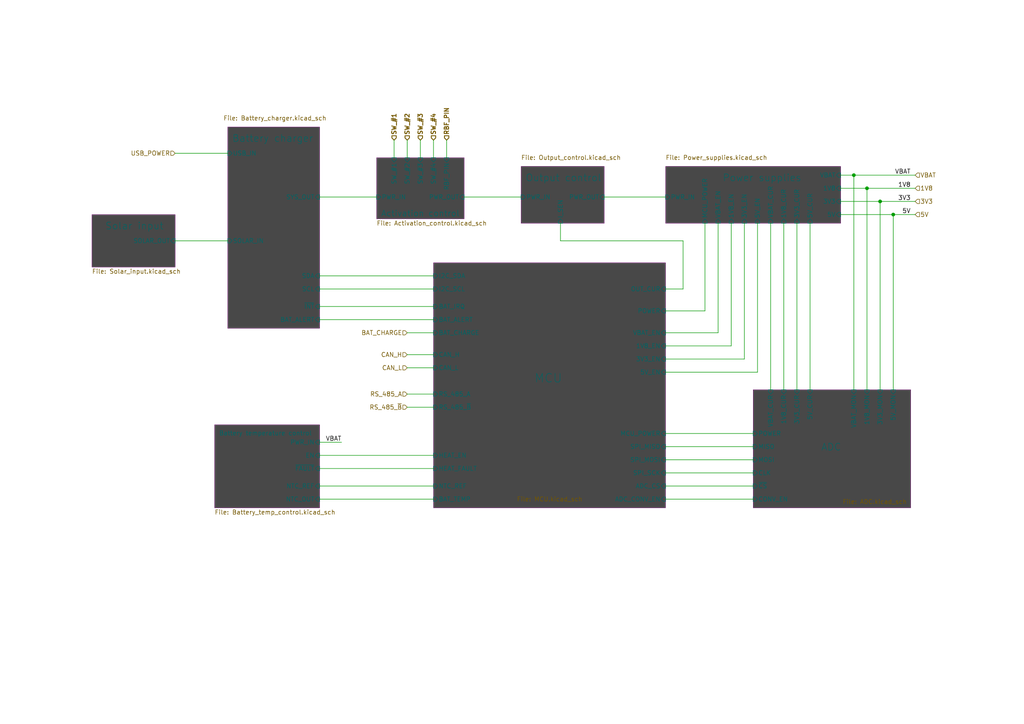
<source format=kicad_sch>
(kicad_sch (version 20210621) (generator eeschema)
  (paper "A4")
  (title_block (title "BUTCube - EPS") (date "2021-06-01") (rev "v1.0") (company "VUT - FIT(STRaDe) & FME(IAE & IPE)") (comment 1 "Author: Petr Malaník"))
  (lib_symbols)
  (junction (at 247.65 50.8) (diameter 0.9144))
  (junction (at 251.46 54.61) (diameter 0.9144))
  (junction (at 255.27 58.42) (diameter 0.9144))
  (junction (at 259.08 62.23) (diameter 0.9144))
  (wire (pts (xy 50.8 44.45) (xy 66.04 44.45)))
  (wire (pts (xy 50.8 69.85) (xy 66.04 69.85)))
  (wire (pts (xy 92.71 57.15) (xy 109.22 57.15)))
  (wire (pts (xy 92.71 80.01) (xy 125.73 80.01)))
  (wire (pts (xy 92.71 83.82) (xy 125.73 83.82)))
  (wire (pts (xy 92.71 88.9) (xy 125.73 88.9)))
  (wire (pts (xy 92.71 92.71) (xy 125.73 92.71)))
  (wire (pts (xy 92.71 128.27) (xy 99.06 128.27)))
  (wire (pts (xy 92.71 132.08) (xy 125.73 132.08)))
  (wire (pts (xy 92.71 135.89) (xy 125.73 135.89)))
  (wire (pts (xy 92.71 140.97) (xy 125.73 140.97)))
  (wire (pts (xy 92.71 144.78) (xy 125.73 144.78)))
  (wire (pts (xy 114.3 40.64) (xy 114.3 45.72)))
  (wire (pts (xy 118.11 40.64) (xy 118.11 45.72)))
  (wire (pts (xy 118.11 96.52) (xy 125.73 96.52)))
  (wire (pts (xy 118.11 102.87) (xy 125.73 102.87)))
  (wire (pts (xy 118.11 106.68) (xy 125.73 106.68)))
  (wire (pts (xy 118.11 114.3) (xy 125.73 114.3)))
  (wire (pts (xy 118.11 118.11) (xy 125.73 118.11)))
  (wire (pts (xy 121.92 40.64) (xy 121.92 45.72)))
  (wire (pts (xy 125.73 40.64) (xy 125.73 45.72)))
  (wire (pts (xy 129.54 40.64) (xy 129.54 45.72)))
  (wire (pts (xy 134.62 57.15) (xy 151.13 57.15)))
  (wire (pts (xy 162.56 64.77) (xy 162.56 69.85)))
  (wire (pts (xy 162.56 69.85) (xy 198.12 69.85)))
  (wire (pts (xy 175.26 57.15) (xy 193.04 57.15)))
  (wire (pts (xy 193.04 83.82) (xy 198.12 83.82)))
  (wire (pts (xy 193.04 90.17) (xy 204.47 90.17)))
  (wire (pts (xy 193.04 96.52) (xy 208.28 96.52)))
  (wire (pts (xy 193.04 100.33) (xy 212.09 100.33)))
  (wire (pts (xy 193.04 104.14) (xy 215.9 104.14)))
  (wire (pts (xy 193.04 107.95) (xy 219.71 107.95)))
  (wire (pts (xy 193.04 125.73) (xy 218.44 125.73)))
  (wire (pts (xy 193.04 129.54) (xy 218.44 129.54)))
  (wire (pts (xy 193.04 133.35) (xy 218.44 133.35)))
  (wire (pts (xy 193.04 137.16) (xy 218.44 137.16)))
  (wire (pts (xy 193.04 140.97) (xy 218.44 140.97)))
  (wire (pts (xy 193.04 144.78) (xy 218.44 144.78)))
  (wire (pts (xy 198.12 69.85) (xy 198.12 83.82)))
  (wire (pts (xy 204.47 64.77) (xy 204.47 90.17)))
  (wire (pts (xy 208.28 64.77) (xy 208.28 96.52)))
  (wire (pts (xy 212.09 64.77) (xy 212.09 100.33)))
  (wire (pts (xy 215.9 64.77) (xy 215.9 104.14)))
  (wire (pts (xy 219.71 64.77) (xy 219.71 107.95)))
  (wire (pts (xy 223.52 64.77) (xy 223.52 113.03)))
  (wire (pts (xy 227.33 64.77) (xy 227.33 113.03)))
  (wire (pts (xy 231.14 64.77) (xy 231.14 113.03)))
  (wire (pts (xy 234.95 64.77) (xy 234.95 113.03)))
  (wire (pts (xy 243.84 50.8) (xy 247.65 50.8)))
  (wire (pts (xy 243.84 54.61) (xy 251.46 54.61)))
  (wire (pts (xy 243.84 58.42) (xy 255.27 58.42)))
  (wire (pts (xy 243.84 62.23) (xy 259.08 62.23)))
  (wire (pts (xy 247.65 50.8) (xy 247.65 113.03)))
  (wire (pts (xy 247.65 50.8) (xy 265.43 50.8)))
  (wire (pts (xy 251.46 54.61) (xy 251.46 113.03)))
  (wire (pts (xy 251.46 54.61) (xy 265.43 54.61)))
  (wire (pts (xy 255.27 58.42) (xy 255.27 113.03)))
  (wire (pts (xy 255.27 58.42) (xy 265.43 58.42)))
  (wire (pts (xy 259.08 62.23) (xy 259.08 113.03)))
  (wire (pts (xy 259.08 62.23) (xy 265.43 62.23)))
  (label "VBAT" (at 99.06 128.27 180))
  (label "VBAT" (at 264.16 50.8 180))
  (label "1V8" (at 264.16 54.61 180))
  (label "3V3" (at 264.16 58.42 180))
  (label "5V" (at 264.16 62.23 180))
  (hierarchical_label "USB_POWER" (shape input) (at 50.8 44.45 180))
  (hierarchical_label "SW_#1" (shape input) (at 114.3 40.64 90) (effects (font (thickness 0.254))))
  (hierarchical_label "SW_#2" (shape input) (at 118.11 40.64 90) (effects (font (thickness 0.254))))
  (hierarchical_label "BAT_CHARGE" (shape input) (at 118.11 96.52 180))
  (hierarchical_label "CAN_H" (shape input) (at 118.11 102.87 180))
  (hierarchical_label "CAN_L" (shape input) (at 118.11 106.68 180))
  (hierarchical_label "RS_485_A" (shape input) (at 118.11 114.3 180))
  (hierarchical_label "RS_485_~{B}" (shape input) (at 118.11 118.11 180))
  (hierarchical_label "SW_#3" (shape input) (at 121.92 40.64 90) (effects (font (thickness 0.254))))
  (hierarchical_label "SW_#4" (shape input) (at 125.73 40.64 90) (effects (font (thickness 0.254))))
  (hierarchical_label "RBF_PIN" (shape input) (at 129.54 40.64 90) (effects (font (thickness 0.254))))
  (hierarchical_label "VBAT" (shape input) (at 265.43 50.8 0))
  (hierarchical_label "1V8" (shape input) (at 265.43 54.61 0))
  (hierarchical_label "3V3" (shape input) (at 265.43 58.42 0))
  (hierarchical_label "5V" (shape input) (at 265.43 62.23 0))
  (sheet (at 218.44 113.03) (size 45.72 34.29) (stroke (width 0.001) (color 132 0 132 1)) (fill (color 72 72 72 1.0000))
    (property "Sheet name" "ADC" (at 238.1241 130.81 0) (effects (font (size 2 2)) (justify left bottom)))
    (property "Sheet file" "ADC.kicad_sch" (at 244.3489 144.78 0) (effects (justify left top)))
    (pin "VBAT_MON" input (at 247.65 113.03 90))
    (pin "VBAT_CUR" input (at 223.52 113.03 90))
    (pin "1V8_MON" input (at 251.46 113.03 90))
    (pin "1V8_CUR" input (at 227.33 113.03 90))
    (pin "3V3_MON" input (at 255.27 113.03 90))
    (pin "3V3_CUR" input (at 231.14 113.03 90))
    (pin "5V_MON" input (at 259.08 113.03 90))
    (pin "5V_CUR" input (at 234.95 113.03 90))
    (pin "~{CS}" input (at 218.44 140.97 180))
    (pin "MISO" input (at 218.44 129.54 180))
    (pin "MOSI" input (at 218.44 133.35 180))
    (pin "CLK" input (at 218.44 137.16 180))
    (pin "POWER" input (at 218.44 125.73 180))
    (pin "CONV_EN" input (at 218.44 144.78 180))
  )
  (sheet (at 109.22 45.72) (size 25.4 17.78) (stroke (width 0.001) (color 132 0 132 1)) (fill (color 72 72 72 1.0000))
    (property "Sheet name" "Activation control" (at 110.49 62.8641 0) (effects (font (size 1.7 1.7)) (justify left bottom)))
    (property "Sheet file" "Activation_control.kicad_sch" (at 109.22 64.0089 0) (effects (justify left top)))
    (pin "PWR_IN" input (at 109.22 57.15 180))
    (pin "PWR_OUT" input (at 134.62 57.15 0))
    (pin "SW_#3" input (at 121.92 45.72 90))
    (pin "SW_#4" input (at 125.73 45.72 90))
    (pin "SW_#2" input (at 118.11 45.72 90))
    (pin "SW_#1" input (at 114.3 45.72 90))
    (pin "RBF_PIN" input (at 129.54 45.72 90))
  )
  (sheet (at 66.04 36.83) (size 26.67 58.42) (stroke (width 0.001) (color 132 0 132 1)) (fill (color 72 72 72 1.0000))
    (property "Sheet name" "Battery charger" (at 67.31 41.2741 0) (effects (font (size 2 2)) (justify left bottom)))
    (property "Sheet file" "Battery_charger.kicad_sch" (at 64.77 33.5289 0) (effects (justify left top)))
    (pin "USB_IN" input (at 66.04 44.45 180))
    (pin "SOLAR_IN" input (at 66.04 69.85 180))
    (pin "SYS_OUT" input (at 92.71 57.15 0))
    (pin "SCL" input (at 92.71 83.82 0))
    (pin "~{INT}" input (at 92.71 88.9 0))
    (pin "SDA" input (at 92.71 80.01 0))
    (pin "BAT_ALERT" input (at 92.71 92.71 0))
  )
  (sheet (at 62.23 123.19) (size 30.48 24.13) (stroke (width 0.001) (color 132 0 132 1)) (fill (color 72 72 72 1.0000))
    (property "Sheet name" "Battery temperature control" (at 63.5 126.3641 0) (effects (justify left bottom)))
    (property "Sheet file" "Battery_temp_control.kicad_sch" (at 62.23 147.8289 0) (effects (justify left top)))
    (pin "PWR_IN" input (at 92.71 128.27 0))
    (pin "EN" input (at 92.71 132.08 0))
    (pin "~{FAULT}" input (at 92.71 135.89 0))
    (pin "NTC_REF" input (at 92.71 140.97 0))
    (pin "NTC_OUT" input (at 92.71 144.78 0))
  )
  (sheet (at 125.73 76.2) (size 67.31 71.12) (stroke (width 0.001) (color 132 0 132 1)) (fill (color 72 72 72 1.0000))
    (property "Sheet name" "MCU" (at 154.94 111.1241 0) (effects (font (size 2.5 2.5)) (justify left bottom)))
    (property "Sheet file" "MCU.kicad_sch" (at 149.86 144.0189 0) (effects (justify left top)))
    (pin "CAN_H" input (at 125.73 102.87 180))
    (pin "CAN_L" input (at 125.73 106.68 180))
    (pin "POWER" input (at 193.04 90.17 0))
    (pin "3V3_EN" input (at 193.04 104.14 0))
    (pin "5V_EN" input (at 193.04 107.95 0))
    (pin "1V8_EN" input (at 193.04 100.33 0))
    (pin "VBAT_EN" input (at 193.04 96.52 0))
    (pin "BAT_CHARGE" input (at 125.73 96.52 180))
    (pin "RS_485_~{B}" input (at 125.73 118.11 180))
    (pin "RS_485_A" input (at 125.73 114.3 180))
    (pin "BAT_TEMP" input (at 125.73 144.78 180))
    (pin "I2C_SCL" input (at 125.73 83.82 180))
    (pin "I2C_SDA" input (at 125.73 80.01 180))
    (pin "BAT_ALERT" input (at 125.73 92.71 180))
    (pin "BAT_IRQ" input (at 125.73 88.9 180))
    (pin "HEAT_EN" input (at 125.73 132.08 180))
    (pin "HEAT_FAULT" input (at 125.73 135.89 180))
    (pin "OUT_CUR" input (at 193.04 83.82 0))
    (pin "MCU_POWER" input (at 193.04 125.73 0))
    (pin "ADC_CS" input (at 193.04 140.97 0))
    (pin "SPI_SCK" input (at 193.04 137.16 0))
    (pin "SPI_MISO" input (at 193.04 129.54 0))
    (pin "SPI_MOSI" input (at 193.04 133.35 0))
    (pin "NTC_REF" input (at 125.73 140.97 180))
    (pin "ADC_CONV_EN" input (at 193.04 144.78 0))
  )
  (sheet (at 151.13 48.26) (size 24.13 16.51) (stroke (width 0.001) (color 132 0 132 1)) (fill (color 72 72 72 1.0000))
    (property "Sheet name" "Output control" (at 152.4 52.7041 0) (effects (font (size 2 2)) (justify left bottom)))
    (property "Sheet file" "Output_control.kicad_sch" (at 151.13 44.9589 0) (effects (justify left top)))
    (pin "PWR_IN" input (at 151.13 57.15 180))
    (pin "PWR_OUT" input (at 175.26 57.15 0))
    (pin "I_SEN" input (at 162.56 64.77 270))
  )
  (sheet (at 193.04 48.26) (size 50.8 16.51) (stroke (width 0.001) (color 132 0 132 1)) (fill (color 72 72 72 1.0000))
    (property "Sheet name" "Power supplies" (at 209.55 52.7041 0) (effects (font (size 2 2)) (justify left bottom)))
    (property "Sheet file" "Power_supplies.kicad_sch" (at 193.04 44.9589 0) (effects (justify left top)))
    (pin "PWR_IN" input (at 193.04 57.15 180))
    (pin "5V" input (at 243.84 62.23 0))
    (pin "VBAT" input (at 243.84 50.8 0))
    (pin "1V8" input (at 243.84 54.61 0))
    (pin "3V3" input (at 243.84 58.42 0))
    (pin "3V3_CUR" input (at 231.14 64.77 270))
    (pin "5V_CUR" input (at 234.95 64.77 270))
    (pin "VBAT_CUR" input (at 223.52 64.77 270))
    (pin "1V8_CUR" input (at 227.33 64.77 270))
    (pin "3V3_EN" input (at 215.9 64.77 270))
    (pin "MCU_POWER" input (at 204.47 64.77 270))
    (pin "VBAT_EN" input (at 208.28 64.77 270))
    (pin "1V8_EN" input (at 212.09 64.77 270))
    (pin "5V_EN" input (at 219.71 64.77 270))
  )
  (sheet (at 26.67 62.23) (size 24.13 15.24) (stroke (width 0.001) (color 132 0 132 1)) (fill (color 72 72 72 1.0000))
    (property "Sheet name" "Solar input" (at 30.48 66.6741 0) (effects (font (size 2 2)) (justify left bottom)))
    (property "Sheet file" "Solar_input.kicad_sch" (at 26.67 77.9789 0) (effects (justify left top)))
    (pin "SOLAR_OUT" input (at 50.8 69.85 0))
  )
)
</source>
